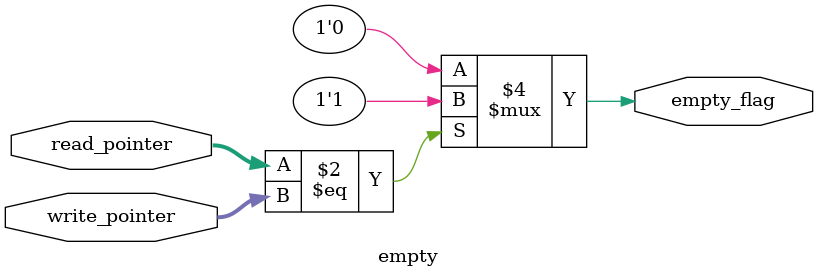
<source format=sv>
/******************************************************************************
***                                                                         ***
*** Ece 527L Experiment #4                      German Zepeda, Spring 2019  ***
*** Experiment #4, FIFO                                                     ***
*******************************************************************************
*** Filename: Empty.sv                                                      ***
***                                                                         ***
*** This file does the empty flag check/comparator   			            ***
*******************************************************************************
*/
`timescale 1 ps/1ps
module empty #( SIZE=4 )(
    input [SIZE-1:0] read_pointer,
    input [SIZE-1:0] write_pointer,

    output logic     empty_flag
);

//always block
always_comb begin
    empty_flag = 0;
	if (read_pointer == write_pointer) begin
        empty_flag = 1;
	end 
end
endmodule

</source>
